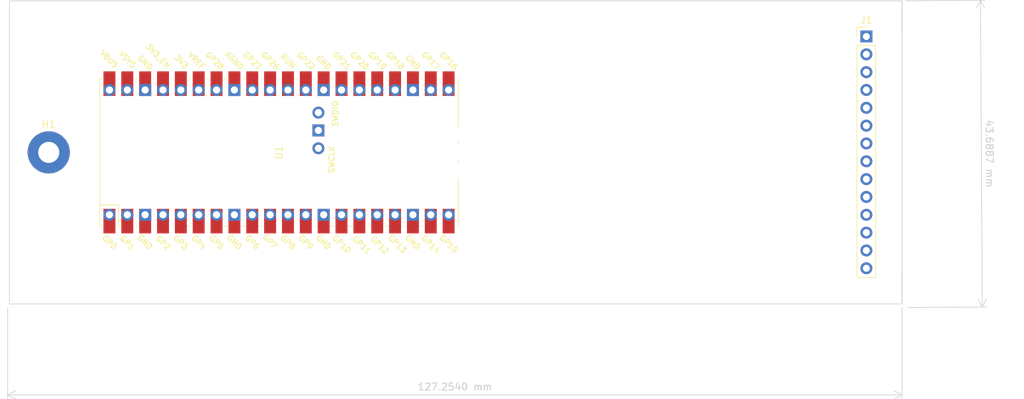
<source format=kicad_pcb>
(kicad_pcb (version 20211014) (generator pcbnew)
  (layers (0 "F.Cu" signal) (31 "B.Cu" signal) (34 "B.Paste" user) (35 "F.Paste" user) (36 "B.SilkS" user "B.Silkscreen") (37 "F.SilkS" user "F.Silkscreen") (38 "B.Mask" user) (39 "F.Mask" user) (44 "Edge.Cuts" user))
  (net 0 "")
  (footprint "RPi_Pico:RPi_PicoW_SMD_TH" (layer "F.Cu") (at 119.634 67.31 90)
    (fp_text reference "U1" (at 0 0 90) (layer "F.SilkS"))
    (fp_text value "PicoW")
    (fp_text user "GND" (at -12.8 6.35 135) (layer "F.SilkS") (effects (font (size 0.8 0.8))))
    (fp_text user "GP4" (at -12.8 -11.43 135) (layer "F.SilkS") (effects (font (size 0.8 0.8))))
    (fp_text user "GP16" (at 13.054 24.13 135) (layer "F.SilkS") (effects (font (size 0.8 0.8))))
    (fp_text user "RUN" (at 13 1.27 135) (layer "F.SilkS") (effects (font (size 0.8 0.8))))
    (fp_text user "SWCLK" (at -1 7.5 90) (layer "F.SilkS") (effects (font (size 0.8 0.8))))
    (fp_text user "GP26" (at 13.054 -1.27 135) (layer "F.SilkS") (effects (font (size 0.8 0.8))))
    (fp_text user "GP0" (at -12.8 -24.13 135) (layer "F.SilkS") (effects (font (size 0.8 0.8))))
    (fp_text user "GND" (at -12.8 -6.35 135) (layer "F.SilkS") (effects (font (size 0.8 0.8))))
    (fp_text user "VBUS" (at 13.3 -24.2 135) (layer "F.SilkS") (effects (font (size 0.8 0.8))))
    (fp_text user "3V3" (at 12.9 -13.9 135) (layer "F.SilkS") (effects (font (size 0.8 0.8))))
    (fp_text user "GND" (at 12.8 -19.05 135) (layer "F.SilkS") (effects (font (size 0.8 0.8))))
    (fp_text user "GP22" (at 13.054 3.81 135) (layer "F.SilkS") (effects (font (size 0.8 0.8))))
    (fp_text user "GP5" (at -12.8 -8.89 135) (layer "F.SilkS") (effects (font (size 0.8 0.8))))
    (fp_text user "3V3_EN" (at 13.7 -17.2 135) (layer "F.SilkS") (effects (font (size 0.8 0.8))))
    (fp_text user "GP2" (at -12.9 -16.51 135) (layer "F.SilkS") (effects (font (size 0.8 0.8))))
    (fp_text user "GP14" (at -13.1 21.59 135) (layer "F.SilkS") (effects (font (size 0.8 0.8))))
    (fp_text user "GP8" (at -12.8 1.27 135) (layer "F.SilkS") (effects (font (size 0.8 0.8))))
    (fp_text user "GND" (at -12.8 -19.05 135) (layer "F.SilkS") (effects (font (size 0.8 0.8))))
    (fp_text user "GND" (at 12.8 6.35 135) (layer "F.SilkS") (effects (font (size 0.8 0.8))))
    (fp_text user "GP18" (at 13.054 16.51 135) (layer "F.SilkS") (effects (font (size 0.8 0.8))))
    (fp_text user "GP20" (at 13.054 11.43 135) (layer "F.SilkS") (effects (font (size 0.8 0.8))))
    (fp_text user "GP10" (at -13.054 8.89 135) (layer "F.SilkS") (effects (font (size 0.8 0.8))))
    (fp_text user "GP19" (at 13.054 13.97 135) (layer "F.SilkS") (effects (font (size 0.8 0.8))))
    (fp_text user "GP11" (at -13.2 11.7525 135) (layer "F.SilkS") (effects (font (size 0.8 0.8))))
    (fp_text user "GP6" (at -12.8 -3.81 135) (layer "F.SilkS") (effects (font (size 0.8 0.8))))
    (fp_text user "VREF" (at 13.0675 -11.7425 135) (layer "F.SilkS") (effects (font (size 0.8 0.8))))
    (fp_text user "SWDIO" (at 5.5 8 90) (layer "F.SilkS") (effects (font (size 0.8 0.8))))
    (fp_text user "GP7" (at -12.7 -1.3 135) (layer "F.SilkS") (effects (font (size 0.8 0.8))))
    (fp_text user "GP12" (at -13.2 14.2925 135) (layer "F.SilkS") (effects (font (size 0.8 0.8))))
    (fp_text user "GP17" (at 13.054 21.59 135) (layer "F.SilkS") (effects (font (size 0.8 0.8))))
    (fp_text user "GP21" (at 13.054 8.9 135) (layer "F.SilkS") (effects (font (size 0.8 0.8))))
    (fp_text user "GP3" (at -12.8 -13.97 135) (layer "F.SilkS") (effects (font (size 0.8 0.8))))
    (fp_text user "GP15" (at -13.054 24.13 135) (layer "F.SilkS") (effects (font (size 0.8 0.8))))
    (fp_text user "GP9" (at -12.8 3.81 135) (layer "F.SilkS") (effects (font (size 0.8 0.8))))
    (fp_text user "GP13" (at -13.054 16.8325 135) (layer "F.SilkS") (effects (font (size 0.8 0.8))))
    (fp_text user "GP28" (at 13.054 -9.144 135) (layer "F.SilkS") (effects (font (size 0.8 0.8))))
    (fp_text user "GP27" (at 13.054 -3.8 135) (layer "F.SilkS") (effects (font (size 0.8 0.8))))
    (fp_text user "GND" (at 12.8 19.05 135) (layer "F.SilkS") (effects (font (size 0.8 0.8))))
    (fp_text user "GP1" (at -12.9 -21.6 135) (layer "F.SilkS") (effects (font (size 0.8 0.8))))
    (fp_text user "AGND" (at 13.054 -6.35 135) (layer "F.SilkS") (effects (font (size 0.8 0.8))))
    (fp_text user "GND" (at -12.8 19.05 135) (layer "F.SilkS") (effects (font (size 0.8 0.8))))
    (fp_text user "VSYS" (at 13.2 -21.59 135) (layer "F.SilkS") (effects (font (size 0.8 0.8))))
    (fp_line (start -10.5 -5.3) (end -10.5 -4.9) (layer "F.SilkS") (width 0.12))
    (fp_line (start -10.5 -2.7) (end -10.5 -2.3) (layer "F.SilkS") (width 0.12))
    (fp_line (start -10.5 2.3) (end -10.5 2.7) (layer "F.SilkS") (width 0.12))
    (fp_line (start 10.5 20.1) (end 10.5 20.5) (layer "F.SilkS") (width 0.12))
    (fp_line (start -10.5 -0.2) (end -10.5 0.2) (layer "F.SilkS") (width 0.12))
    (fp_line (start 10.5 -23.1) (end 10.5 -22.7) (layer "F.SilkS") (width 0.12))
    (fp_line (start -10.5 -20.5) (end -10.5 -20.1) (layer "F.SilkS") (width 0.12))
    (fp_line (start -10.5 -10.4) (end -10.5 -10) (layer "F.SilkS") (width 0.12))
    (fp_line (start 10.5 12.5) (end 10.5 12.9) (layer "F.SilkS") (width 0.12))
    (fp_line (start 10.5 -7.8) (end 10.5 -7.4) (layer "F.SilkS") (width 0.12))
    (fp_line (start -10.5 10) (end -10.5 10.4) (layer "F.SilkS") (width 0.12))
    (fp_line (start 10.5 4.9) (end 10.5 5.3) (layer "F.SilkS") (width 0.12))
    (fp_line (start -10.5 4.9) (end -10.5 5.3) (layer "F.SilkS") (width 0.12))
    (fp_line (start 10.5 -0.2) (end 10.5 0.2) (layer "F.SilkS") (width 0.12))
    (fp_line (start 10.5 -18) (end 10.5 -17.6) (layer "F.SilkS") (width 0.12))
    (fp_line (start 1.1 25.5) (end 1.5 25.5) (layer "F.SilkS") (width 0.12))
    (fp_line (start -10.5 20.1) (end -10.5 20.5) (layer "F.SilkS") (width 0.12))
    (fp_line (start 10.5 -25.5) (end 10.5 -25.2) (layer "F.SilkS") (width 0.12))
    (fp_line (start -10.5 7.4) (end -10.5 7.8) (layer "F.SilkS") (width 0.12))
    (fp_line (start -10.5 -25.5) (end 10.5 -25.5) (layer "F.SilkS") (width 0.12))
    (fp_line (start 10.5 -5.3) (end 10.5 -4.9) (layer "F.SilkS") (width 0.12))
    (fp_line (start 10.5 2.3) (end 10.5 2.7) (layer "F.SilkS") (width 0.12))
    (fp_line (start -10.5 -18) (end -10.5 -17.6) (layer "F.SilkS") (width 0.12))
    (fp_line (start 10.5 -2.7) (end 10.5 -2.3) (layer "F.SilkS") (width 0.12))
    (fp_line (start -10.5 17.6) (end -10.5 18) (layer "F.SilkS") (width 0.12))
    (fp_line (start 10.5 -10.4) (end 10.5 -10) (layer "F.SilkS") (width 0.12))
    (fp_line (start 10.5 25.5) (end 3.7 25.5) (layer "F.SilkS") (width 0.12))
    (fp_line (start 10.5 17.6) (end 10.5 18) (layer "F.SilkS") (width 0.12))
    (fp_line (start -1.5 25.5) (end -1.1 25.5) (layer "F.SilkS") (width 0.12))
    (fp_line (start -10.5 -22.833) (end -7.493 -22.833) (layer "F.SilkS") (width 0.12))
    (fp_line (start -10.5 22.7) (end -10.5 23.1) (layer "F.SilkS") (width 0.12))
    (fp_line (start 10.5 -20.5) (end 10.5 -20.1) (layer "F.SilkS") (width 0.12))
    (fp_line (start -10.5 -7.8) (end -10.5 -7.4) (layer "F.SilkS") (width 0.12))
    (fp_line (start -3.7 25.5) (end -10.5 25.5) (layer "F.SilkS") (width 0.12))
    (fp_line (start 10.5 15.1) (end 10.5 15.5) (layer "F.SilkS") (width 0.12))
    (fp_line (start -10.5 -25.5) (end -10.5 -25.2) (layer "F.SilkS") (width 0.12))
    (fp_line (start 10.5 -12.9) (end 10.5 -12.5) (layer "F.SilkS") (width 0.12))
    (fp_line (start -7.493 -22.833) (end -7.493 -25.5) (layer "F.SilkS") (width 0.12))
    (fp_line (start -10.5 12.5) (end -10.5 12.9) (layer "F.SilkS") (width 0.12))
    (fp_line (start -10.5 -23.1) (end -10.5 -22.7) (layer "F.SilkS") (width 0.12))
    (fp_line (start -10.5 15.1) (end -10.5 15.5) (layer "F.SilkS") (width 0.12))
    (fp_line (start -10.5 -15.4) (end -10.5 -15) (layer "F.SilkS") (width 0.12))
    (fp_line (start 10.5 22.7) (end 10.5 23.1) (layer "F.SilkS") (width 0.12))
    (fp_line (start -10.5 -12.9) (end -10.5 -12.5) (layer "F.SilkS") (width 0.12))
    (fp_line (start 10.5 7.4) (end 10.5 7.8) (layer "F.SilkS") (width 0.12))
    (fp_line (start 10.5 10) (end 10.5 10.4) (layer "F.SilkS") (width 0.12))
    (fp_line (start 10.5 -15.4) (end 10.5 -15) (layer "F.SilkS") (width 0.12))
    (pad "" np_thru_hole oval (at -2.425 -20.97 90) (size 1.5 1.5) (drill 1.5) (layers *.Cu *.Mask))
    (pad "" np_thru_hole oval (at 2.425 -20.97 90) (size 1.5 1.5) (drill 1.5) (layers *.Cu *.Mask))
    (pad "" np_thru_hole oval (at -2.725 -24 90) (size 1.8 1.8) (drill 1.8) (layers *.Cu *.Mask))
    (pad "" np_thru_hole oval (at 2.725 -24 90) (size 1.8 1.8) (drill 1.8) (layers *.Cu *.Mask))
    (pad "1" thru_hole oval (at -8.89 -24.13 90) (size 1.7 1.7) (drill 1.02) (layers *.Cu *.Mask))
    (pad "1" smd rect (at -8.89 -24.13 90) (size 3.5 1.7) (drill (offset -0.9 0)) (layers "F.Cu" "F.Mask"))
    (pad "2" thru_hole oval (at -8.89 -21.59 90) (size 1.7 1.7) (drill 1.02) (layers *.Cu *.Mask))
    (pad "2" smd rect (at -8.89 -21.59 90) (size 3.5 1.7) (drill (offset -0.9 0)) (layers "F.Cu" "F.Mask"))
    (pad "3" thru_hole rect (at -8.89 -19.05 90) (size 1.7 1.7) (drill 1.02) (layers *.Cu *.Mask))
    (pad "3" smd rect (at -8.89 -19.05 90) (size 3.5 1.7) (drill (offset -0.9 0)) (layers "F.Cu" "F.Mask"))
    (pad "4" thru_hole oval (at -8.89 -16.51 90) (size 1.7 1.7) (drill 1.02) (layers *.Cu *.Mask))
    (pad "4" smd rect (at -8.89 -16.51 90) (size 3.5 1.7) (drill (offset -0.9 0)) (layers "F.Cu" "F.Mask"))
    (pad "5" smd rect (at -8.89 -13.97 90) (size 3.5 1.7) (drill (offset -0.9 0)) (layers "F.Cu" "F.Mask"))
    (pad "5" thru_hole oval (at -8.89 -13.97 90) (size 1.7 1.7) (drill 1.02) (layers *.Cu *.Mask))
    (pad "6" smd rect (at -8.89 -11.43 90) (size 3.5 1.7) (drill (offset -0.9 0)) (layers "F.Cu" "F.Mask"))
    (pad "6" thru_hole oval (at -8.89 -11.43 90) (size 1.7 1.7) (drill 1.02) (layers *.Cu *.Mask))
    (pad "7" thru_hole oval (at -8.89 -8.89 90) (size 1.7 1.7) (drill 1.02) (layers *.Cu *.Mask))
    (pad "7" smd rect (at -8.89 -8.89 90) (size 3.5 1.7) (drill (offset -0.9 0)) (layers "F.Cu" "F.Mask"))
    (pad "8" thru_hole rect (at -8.89 -6.35 90) (size 1.7 1.7) (drill 1.02) (layers *.Cu *.Mask))
    (pad "8" smd rect (at -8.89 -6.35 90) (size 3.5 1.7) (drill (offset -0.9 0)) (layers "F.Cu" "F.Mask"))
    (pad "9" thru_hole oval (at -8.89 -3.81 90) (size 1.7 1.7) (drill 1.02) (layers *.Cu *.Mask))
    (pad "9" smd rect (at -8.89 -3.81 90) (size 3.5 1.7) (drill (offset -0.9 0)) (layers "F.Cu" "F.Mask"))
    (pad "10" smd rect (at -8.89 -1.27 90) (size 3.5 1.7) (drill (offset -0.9 0)) (layers "F.Cu" "F.Mask"))
    (pad "10" thru_hole oval (at -8.89 -1.27 90) (size 1.7 1.7) (drill 1.02) (layers *.Cu *.Mask))
    (pad "11" thru_hole oval (at -8.89 1.27 90) (size 1.7 1.7) (drill 1.02) (layers *.Cu *.Mask))
    (pad "11" smd rect (at -8.89 1.27 90) (size 3.5 1.7) (drill (offset -0.9 0)) (layers "F.Cu" "F.Mask"))
    (pad "12" thru_hole oval (at -8.89 3.81 90) (size 1.7 1.7) (drill 1.02) (layers *.Cu *.Mask))
    (pad "12" smd rect (at -8.89 3.81 90) (size 3.5 1.7) (drill (offset -0.9 0)) (layers "F.Cu" "F.Mask"))
    (pad "13" thru_hole rect (at -8.89 6.35 90) (size 1.7 1.7) (drill 1.02) (layers *.Cu *.Mask))
    (pad "13" smd rect (at -8.89 6.35 90) (size 3.5 1.7) (drill (offset -0.9 0)) (layers "F.Cu" "F.Mask"))
    (pad "14" smd rect (at -8.89 8.89 90) (size 3.5 1.7) (drill (offset -0.9 0)) (layers "F.Cu" "F.Mask"))
    (pad "14" thru_hole oval (at -8.89 8.89 90) (size 1.7 1.7) (drill 1.02) (layers *.Cu *.Mask))
    (pad "15" thru_hole oval (at -8.89 11.43 90) (size 1.7 1.7) (drill 1.02) (layers *.Cu *.Mask))
    (pad "15" smd rect (at -8.89 11.43 90) (size 3.5 1.7) (drill (offset -0.9 0)) (layers "F.Cu" "F.Mask"))
    (pad "16" smd rect (at -8.89 13.97 90) (size 3.5 1.7) (drill (offset -0.9 0)) (layers "F.Cu" "F.Mask"))
    (pad "16" thru_hole oval (at -8.89 13.97 90) (size 1.7 1.7) (drill 1.02) (layers *.Cu *.Mask))
    (pad "17" smd rect (at -8.89 16.51 90) (size 3.5 1.7) (drill (offset -0.9 0)) (layers "F.Cu" "F.Mask"))
    (pad "17" thru_hole oval (at -8.89 16.51 90) (size 1.7 1.7) (drill 1.02) (layers *.Cu *.Mask))
    (pad "18" thru_hole rect (at -8.89 19.05 90) (size 1.7 1.7) (drill 1.02) (layers *.Cu *.Mask))
    (pad "18" smd rect (at -8.89 19.05 90) (size 3.5 1.7) (drill (offset -0.9 0)) (layers "F.Cu" "F.Mask"))
    (pad "19" smd rect (at -8.89 21.59 90) (size 3.5 1.7) (drill (offset -0.9 0)) (layers "F.Cu" "F.Mask"))
    (pad "19" thru_hole oval (at -8.89 21.59 90) (size 1.7 1.7) (drill 1.02) (layers *.Cu *.Mask))
    (pad "20" smd rect (at -8.89 24.13 90) (size 3.5 1.7) (drill (offset -0.9 0)) (layers "F.Cu" "F.Mask"))
    (pad "20" thru_hole oval (at -8.89 24.13 90) (size 1.7 1.7) (drill 1.02) (layers *.Cu *.Mask))
    (pad "21" thru_hole oval (at 8.89 24.13 90) (size 1.7 1.7) (drill 1.02) (layers *.Cu *.Mask))
    (pad "21" smd rect (at 8.89 24.13 90) (size 3.5 1.7) (drill (offset 0.9 0)) (layers "F.Cu" "F.Mask"))
    (pad "22" smd rect (at 8.89 21.59 90) (size 3.5 1.7) (drill (offset 0.9 0)) (layers "F.Cu" "F.Mask"))
    (pad "22" thru_hole oval (at 8.89 21.59 90) (size 1.7 1.7) (drill 1.02) (layers *.Cu *.Mask))
    (pad "23" smd rect (at 8.89 19.05 90) (size 3.5 1.7) (drill (offset 0.9 0)) (layers "F.Cu" "F.Mask"))
    (pad "23" thru_hole rect (at 8.89 19.05 90) (size 1.7 1.7) (drill 1.02) (layers *.Cu *.Mask))
    (pad "24" thru_hole oval (at 8.89 16.51 90) (size 1.7 1.7) (drill 1.02) (layers *.Cu *.Mask))
    (pad "24" smd rect (at 8.89 16.51 90) (size 3.5 1.7) (drill (offset 0.9 0)) (layers "F.Cu" "F.Mask"))
    (pad "25" smd rect (at 8.89 13.97 90) (size 3.5 1.7) (drill (offset 0.9 0)) (layers "F.Cu" "F.Mask"))
    (pad "25" thru_hole oval (at 8.89 13.97 90) (size 1.7 1.7) (drill 1.02) (layers *.Cu *.Mask))
    (pad "26" thru_hole oval (at 8.89 11.43 90) (size 1.7 1.7) (drill 1.02) (layers *.Cu *.Mask))
    (pad "26" smd rect (at 8.89 11.43 90) (size 3.5 1.7) (drill (offset 0.9 0)) (layers "F.Cu" "F.Mask"))
    (pad "27" smd rect (at 8.89 8.89 90) (size 3.5 1.7) (drill (offset 0.9 0)) (layers "F.Cu" "F.Mask"))
    (pad "27" thru_hole oval (at 8.89 8.89 90) (size 1.7 1.7) (drill 1.02) (layers *.Cu *.Mask))
    (pad "28" smd rect (at 8.89 6.35 90) (size 3.5 1.7) (drill (offset 0.9 0)) (layers "F.Cu" "F.Mask"))
    (pad "28" thru_hole rect (at 8.89 6.35 90) (size 1.7 1.7) (drill 1.02) (layers *.Cu *.Mask))
    (pad "29" thru_hole oval (at 8.89 3.81 90) (size 1.7 1.7) (drill 1.02) (layers *.Cu *.Mask))
    (pad "29" smd rect (at 8.89 3.81 90) (size 3.5 1.7) (drill (offset 0.9 0)) (layers "F.Cu" "F.Mask"))
    (pad "30" thru_hole oval (at 8.89 1.27 90) (size 1.7 1.7) (drill 1.02) (layers *.Cu *.Mask))
    (pad "30" smd rect (at 8.89 1.27 90) (size 3.5 1.7) (drill (offset 0.9 0)) (layers "F.Cu" "F.Mask"))
    (pad "31" thru_hole oval (at 8.89 -1.27 90) (size 1.7 1.7) (drill 1.02) (layers *.Cu *.Mask))
    (pad "31" smd rect (at 8.89 -1.27 90) (size 3.5 1.7) (drill (offset 0.9 0)) (layers "F.Cu" "F.Mask"))
    (pad "32" smd rect (at 8.89 -3.81 90) (size 3.5 1.7) (drill (offset 0.9 0)) (layers "F.Cu" "F.Mask"))
    (pad "32" thru_hole oval (at 8.89 -3.81 90) (size 1.7 1.7) (drill 1.02) (layers *.Cu *.Mask))
    (pad "33" thru_hole rect (at 8.89 -6.35 90) (size 1.7 1.7) (drill 1.02) (layers *.Cu *.Mask))
    (pad "33" smd rect (at 8.89 -6.35 90) (size 3.5 1.7) (drill (offset 0.9 0)) (layers "F.Cu" "F.Mask"))
    (pad "34" thru_hole oval (at 8.89 -8.89 90) (size 1.7 1.7) (drill 1.02) (layers *.Cu *.Mask))
    (pad "34" smd rect (at 8.89 -8.89 90) (size 3.5 1.7) (drill (offset 0.9 0)) (layers "F.Cu" "F.Mask"))
    (pad "35" smd rect (at 8.89 -11.43 90) (size 3.5 1.7) (drill (offset 0.9 0)) (layers "F.Cu" "F.Mask"))
    (pad "35" thru_hole oval (at 8.89 -11.43 90) (size 1.7 1.7) (drill 1.02) (layers *.Cu *.Mask))
    (pad "36" smd rect (at 8.89 -13.97 90) (size 3.5 1.7) (drill (offset 0.9 0)) (layers "F.Cu" "F.Mask"))
    (pad "36" thru_hole oval (at 8.89 -13.97 90) (size 1.7 1.7) (drill 1.02) (layers *.Cu *.Mask))
    (pad "37" smd rect (at 8.89 -16.51 90) (size 3.5 1.7) (drill (offset 0.9 0)) (layers "F.Cu" "F.Mask"))
    (pad "37" thru_hole oval (at 8.89 -16.51 90) (size 1.7 1.7) (drill 1.02) (layers *.Cu *.Mask))
    (pad "38" thru_hole rect (at 8.89 -19.05 90) (size 1.7 1.7) (drill 1.02) (layers *.Cu *.Mask))
    (pad "38" smd rect (at 8.89 -19.05 90) (size 3.5 1.7) (drill (offset 0.9 0)) (layers "F.Cu" "F.Mask"))
    (pad "39" smd rect (at 8.89 -21.59 90) (size 3.5 1.7) (drill (offset 0.9 0)) (layers "F.Cu" "F.Mask"))
    (pad "39" thru_hole oval (at 8.89 -21.59 90) (size 1.7 1.7) (drill 1.02) (layers *.Cu *.Mask))
    (pad "40" thru_hole oval (at 8.89 -24.13 90) (size 1.7 1.7) (drill 1.02) (layers *.Cu *.Mask))
    (pad "40" smd rect (at 8.89 -24.13 90) (size 3.5 1.7) (drill (offset 0.9 0)) (layers "F.Cu" "F.Mask"))
    (pad "41" thru_hole oval (at 0.5841 5.6 90) (size 1.7 1.7) (drill 1.02) (layers *.Cu *.Mask))
    (pad "42" thru_hole rect (at 3.1241 5.6 90) (size 1.7 1.7) (drill 1.02) (layers *.Cu *.Mask))
    (pad "43" thru_hole oval (at 5.6641 5.6 90) (size 1.7 1.7) (drill 1.02) (layers *.Cu *.Mask))
  )
  (footprint "MountingHole:MountingHole_3mm_Pad" (layer "F.Cu") (at 86.868 67.31)
    (fp_text reference "H1" (at 0 -4) (layer "F.SilkS"))
    (fp_text value "MountingHole_Pad")
    (pad "1" thru_hole circle locked (at 0 0) (size 6 6) (drill 3) (layers *.Cu *.Mask))
  )
  (footprint "Connector_PinHeader_2.54mm:PinHeader_1x14_P2.54mm_Vertical" (layer "F.Cu") (at 203.2 50.8)
    (fp_text reference "J1" (at 0 -2.33) (layer "F.SilkS"))
    (fp_text value "Conn_01x14_Female")
    (fp_line (start -1.33 0) (end -1.33 -1.33) (layer "F.SilkS") (width 0.12))
    (fp_line (start 1.33 1.27) (end 1.33 34.35) (layer "F.SilkS") (width 0.12))
    (fp_line (start -1.33 -1.33) (end 0 -1.33) (layer "F.SilkS") (width 0.12))
    (fp_line (start -1.33 34.35) (end 1.33 34.35) (layer "F.SilkS") (width 0.12))
    (fp_line (start -1.33 1.27) (end 1.33 1.27) (layer "F.SilkS") (width 0.12))
    (fp_line (start -1.33 1.27) (end -1.33 34.35) (layer "F.SilkS") (width 0.12))
    (pad "1" thru_hole rect locked (at 0 0) (size 1.7 1.7) (drill 1) (layers *.Cu *.Mask))
    (pad "2" thru_hole oval locked (at 0 2.54) (size 1.7 1.7) (drill 1) (layers *.Cu *.Mask))
    (pad "3" thru_hole oval locked (at 0 5.08) (size 1.7 1.7) (drill 1) (layers *.Cu *.Mask))
    (pad "4" thru_hole oval locked (at 0 7.62) (size 1.7 1.7) (drill 1) (layers *.Cu *.Mask))
    (pad "5" thru_hole oval locked (at 0 10.16) (size 1.7 1.7) (drill 1) (layers *.Cu *.Mask))
    (pad "6" thru_hole oval locked (at 0 12.7) (size 1.7 1.7) (drill 1) (layers *.Cu *.Mask))
    (pad "7" thru_hole oval locked (at 0 15.24) (size 1.7 1.7) (drill 1) (layers *.Cu *.Mask))
    (pad "8" thru_hole oval locked (at 0 17.78) (size 1.7 1.7) (drill 1) (layers *.Cu *.Mask))
    (pad "9" thru_hole oval locked (at 0 20.32) (size 1.7 1.7) (drill 1) (layers *.Cu *.Mask))
    (pad "10" thru_hole oval locked (at 0 22.86) (size 1.7 1.7) (drill 1) (layers *.Cu *.Mask))
    (pad "11" thru_hole oval locked (at 0 25.4) (size 1.7 1.7) (drill 1) (layers *.Cu *.Mask))
    (pad "12" thru_hole oval locked (at 0 27.94) (size 1.7 1.7) (drill 1) (layers *.Cu *.Mask))
    (pad "13" thru_hole oval locked (at 0 30.48) (size 1.7 1.7) (drill 1) (layers *.Cu *.Mask))
    (pad "14" thru_hole oval locked (at 0 33.02) (size 1.7 1.7) (drill 1) (layers *.Cu *.Mask))
  )
  (gr_rect (start 208.28 88.9) (end 81.28 45.72) (layer "Edge.Cuts") (width 0.1) (fill none))
  (gr_line (start 208.28 83.82) (end 208.28 88.9) (layer "Edge.Cuts") (width 0.1))
  (gr_line (start 208.28 45.72) (end 208.28 50.8) (layer "Edge.Cuts") (width 0.1))
  (dimension (type aligned) (layer "Edge.Cuts") (pts (xy 208.28 88.9) (xy 81.026 88.9)) (height -12.954) (gr_text "127,2540 mm" (at 144.653 100.704) (layer "Edge.Cuts") (effects (font (size 1 1) (thickness 0.15)))) (format (units 3) (units_format 1) (precision 4)) (style (thickness 0.1) (arrow_length 1.27) (text_position_mode 0) (extension_height 0.58642) (extension_offset 0.5) keep_text_aligned))
  (dimension (type aligned) (layer "Edge.Cuts") (pts (xy 208.534 89.408) (xy 208.28 45.72)) (height 11.15809) (gr_text "43,6887 mm" (at 220.714882 67.492442 -89.66688876) (layer "Edge.Cuts") (effects (font (size 1 1) (thickness 0.15)))) (format (units 3) (units_format 1) (precision 4)) (style (thickness 0.1) (arrow_length 1.27) (text_position_mode 0) (extension_height 0.58642) (extension_offset 0.5) keep_text_aligned))
)
</source>
